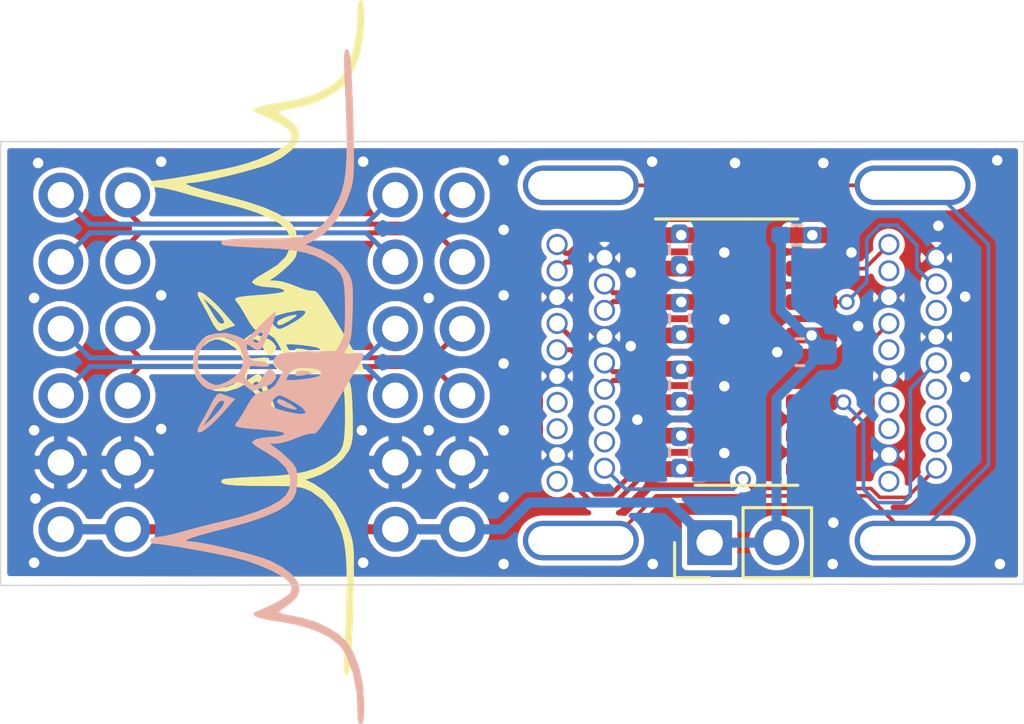
<source format=kicad_pcb>
(kicad_pcb (version 20171130) (host pcbnew 5.1.10)
  (layers (0 F.Cu signal) (31 B.Cu signal) (34 B.Paste user) (35 F.Paste user) (36 B.SilkS user) (37 F.SilkS user) (38 B.Mask user) (39 F.Mask user) (44 Edge.Cuts user))
  (net 0 "")
  (net 1 "Net-(J2-PadSH)")
  (net 2 "Net-(J2-Pad18)")
  (net 3 /3V3)
  (net 4 /GND)
  (net 5 /p2_N)
  (net 6 /p4_N)
  (net 7 /p2_P)
  (net 8 /p4_P)
  (net 9 /p1_N)
  (net 10 /p3_N)
  (net 11 /p1_P)
  (net 12 /p3_P)
  (net 13 /CLK_N)
  (net 14 /CLK_P)
  (net 15 /D0_N)
  (net 16 /D0_P)
  (net 17 /D1_N)
  (net 18 /D1_P)
  (net 19 /D2_N)
  (net 20 /D2_P)
  (net 21 "Net-(R5-Pad2)")
  (net 22 /D2)
  (net 23 /D1)
  (net 24 /D0)
  (net 25 /CLK)
  (module ymm:pynqsdr2 (layer B.Cu) (at 25.654 32.639 270)
    (fp_text reference G*** hide)
    (fp_text value LOGO hide)
  )
  (module ymm:pynqsdr2 (layer F.Cu) (at 25.654 30.861 90)
    (fp_text reference G*** hide)
    (fp_text value LOGO hide)
  )
  (module Capacitor_SMD:C_0603_1608Metric_Pad1.08x0.95mm_HandSolder (layer B.Cu) (at 45.847 31.369 180)
    (fp_text reference C1 hide)
    (fp_text value C hide)
    (pad 2 smd roundrect (at 0.8625 0 180) (size 1.075 0.95) (layers B.Cu B.Paste B.Mask) (net 4 /GND))
    (pad 1 smd roundrect (at -0.8625 0 180) (size 1.075 0.95) (layers B.Cu B.Paste B.Mask) (net 3 /3V3))
  )
  (module Package_SO:SOIC-16_3.9x9.9mm_P1.27mm (layer F.Cu) (at 43.815 31.369)
    (fp_text reference U1 hide)
    (fp_text value DS90LV048 hide)
    (pad 16 smd roundrect (at 2.475 -4.445) (size 1.95 0.6) (layers F.Cu F.Paste F.Mask) (net 21 "Net-(R5-Pad2)"))
    (pad 15 smd roundrect (at 2.475 -3.175) (size 1.95 0.6) (layers F.Cu F.Paste F.Mask) (net 22 /D2))
    (pad 14 smd roundrect (at 2.475 -1.905) (size 1.95 0.6) (layers F.Cu F.Paste F.Mask) (net 23 /D1))
    (pad 13 smd roundrect (at 2.475 -0.635) (size 1.95 0.6) (layers F.Cu F.Paste F.Mask) (net 3 /3V3))
    (pad 12 smd roundrect (at 2.475 0.635) (size 1.95 0.6) (layers F.Cu F.Paste F.Mask) (net 4 /GND))
    (pad 11 smd roundrect (at 2.475 1.905) (size 1.95 0.6) (layers F.Cu F.Paste F.Mask) (net 25 /CLK))
    (pad 10 smd roundrect (at 2.475 3.175) (size 1.95 0.6) (layers F.Cu F.Paste F.Mask) (net 24 /D0))
    (pad 9 smd roundrect (at 2.475 4.445) (size 1.95 0.6) (layers F.Cu F.Paste F.Mask))
    (pad 8 smd roundrect (at -2.475 4.445) (size 1.95 0.6) (layers F.Cu F.Paste F.Mask) (net 15 /D0_N))
    (pad 7 smd roundrect (at -2.475 3.175) (size 1.95 0.6) (layers F.Cu F.Paste F.Mask) (net 16 /D0_P))
    (pad 6 smd roundrect (at -2.475 1.905) (size 1.95 0.6) (layers F.Cu F.Paste F.Mask) (net 13 /CLK_N))
    (pad 5 smd roundrect (at -2.475 0.635) (size 1.95 0.6) (layers F.Cu F.Paste F.Mask) (net 14 /CLK_P))
    (pad 4 smd roundrect (at -2.475 -0.635) (size 1.95 0.6) (layers F.Cu F.Paste F.Mask) (net 17 /D1_N))
    (pad 3 smd roundrect (at -2.475 -1.905) (size 1.95 0.6) (layers F.Cu F.Paste F.Mask) (net 18 /D1_P))
    (pad 2 smd roundrect (at -2.475 -3.175) (size 1.95 0.6) (layers F.Cu F.Paste F.Mask) (net 19 /D2_N))
    (pad 1 smd roundrect (at -2.475 -4.445) (size 1.95 0.6) (layers F.Cu F.Paste F.Mask) (net 20 /D2_P))
  )
  (module ymm:HDMI_A_Kycon_KDMIX-SL1-NS-WS-B15_VerticalRightAngle (layer F.Cu) (at 36.6268 27.2796 180)
    (fp_text reference J4 hide)
    (fp_text value HDMI_A hide)
    (pad SH thru_hole oval (at -0.9 -11.25 180) (size 4.4 1.5) (drill oval 4 1.1) (layers *.Cu *.Mask) (net 1 "Net-(J2-PadSH)"))
    (pad 19 thru_hole circle (at 0 -9 180) (size 0.8 0.8) (drill 0.6) (layers *.Cu *.Mask))
    (pad 18 thru_hole circle (at -1.8 -8.5 180) (size 0.8 0.8) (drill 0.6) (layers *.Cu *.Mask) (net 2 "Net-(J2-Pad18)"))
    (pad 17 thru_hole circle (at 0 -8 180) (size 0.8 0.8) (drill 0.6) (layers *.Cu *.Mask) (net 4 /GND))
    (pad 16 thru_hole circle (at -1.8 -7.5 180) (size 0.8 0.8) (drill 0.6) (layers *.Cu *.Mask))
    (pad 15 thru_hole circle (at 0 -7 180) (size 0.8 0.8) (drill 0.6) (layers *.Cu *.Mask))
    (pad 14 thru_hole circle (at -1.8 -6.5 180) (size 0.8 0.8) (drill 0.6) (layers *.Cu *.Mask))
    (pad 13 thru_hole circle (at 0 -6 180) (size 0.8 0.8) (drill 0.6) (layers *.Cu *.Mask))
    (pad 12 thru_hole circle (at -1.8 -5.5 180) (size 0.8 0.8) (drill 0.6) (layers *.Cu *.Mask) (net 13 /CLK_N))
    (pad 11 thru_hole circle (at 0 -5 180) (size 0.8 0.8) (drill 0.6) (layers *.Cu *.Mask) (net 4 /GND))
    (pad 10 thru_hole circle (at -1.8 -4.5 180) (size 0.8 0.8) (drill 0.6) (layers *.Cu *.Mask) (net 14 /CLK_P))
    (pad 9 thru_hole circle (at 0 -4 180) (size 0.8 0.8) (drill 0.6) (layers *.Cu *.Mask) (net 15 /D0_N))
    (pad 8 thru_hole circle (at -1.8 -3.5 180) (size 0.8 0.8) (drill 0.6) (layers *.Cu *.Mask) (net 4 /GND))
    (pad 7 thru_hole circle (at 0 -3 180) (size 0.8 0.8) (drill 0.6) (layers *.Cu *.Mask) (net 16 /D0_P))
    (pad 6 thru_hole circle (at -1.8 -2.5 180) (size 0.8 0.8) (drill 0.6) (layers *.Cu *.Mask) (net 17 /D1_N))
    (pad 5 thru_hole circle (at 0 -2 180) (size 0.8 0.8) (drill 0.6) (layers *.Cu *.Mask) (net 4 /GND))
    (pad 4 thru_hole circle (at -1.8 -1.5 180) (size 0.8 0.8) (drill 0.6) (layers *.Cu *.Mask) (net 18 /D1_P))
    (pad 3 thru_hole circle (at 0 -1 180) (size 0.8 0.8) (drill 0.6) (layers *.Cu *.Mask) (net 19 /D2_N))
    (pad 2 thru_hole circle (at -1.8 -0.5 180) (size 0.8 0.8) (drill 0.6) (layers *.Cu *.Mask) (net 4 /GND))
    (pad SH thru_hole oval (at -0.9 2.25 180) (size 4.4 1.5) (drill oval 4 1.1) (layers *.Cu *.Mask) (net 1 "Net-(J2-PadSH)"))
    (pad 1 thru_hole circle (at 0 0 180) (size 0.8 0.8) (drill 0.6) (layers *.Cu *.Mask) (net 20 /D2_P))
  )
  (module ymm:HDMI_A_Kycon_KDMIX-SL1-NS-WS-B15_VerticalRightAngle (layer F.Cu) (at 49.2252 27.2796 180)
    (fp_text reference J2 hide)
    (fp_text value HDMI_A hide)
    (pad SH thru_hole oval (at -0.9 -11.25 180) (size 4.4 1.5) (drill oval 4 1.1) (layers *.Cu *.Mask) (net 1 "Net-(J2-PadSH)"))
    (pad 19 thru_hole circle (at 0 -9 180) (size 0.8 0.8) (drill 0.6) (layers *.Cu *.Mask))
    (pad 18 thru_hole circle (at -1.8 -8.5 180) (size 0.8 0.8) (drill 0.6) (layers *.Cu *.Mask) (net 2 "Net-(J2-Pad18)"))
    (pad 17 thru_hole circle (at 0 -8 180) (size 0.8 0.8) (drill 0.6) (layers *.Cu *.Mask) (net 4 /GND))
    (pad 16 thru_hole circle (at -1.8 -7.5 180) (size 0.8 0.8) (drill 0.6) (layers *.Cu *.Mask))
    (pad 15 thru_hole circle (at 0 -7 180) (size 0.8 0.8) (drill 0.6) (layers *.Cu *.Mask))
    (pad 14 thru_hole circle (at -1.8 -6.5 180) (size 0.8 0.8) (drill 0.6) (layers *.Cu *.Mask))
    (pad 13 thru_hole circle (at 0 -6 180) (size 0.8 0.8) (drill 0.6) (layers *.Cu *.Mask))
    (pad 12 thru_hole circle (at -1.8 -5.5 180) (size 0.8 0.8) (drill 0.6) (layers *.Cu *.Mask))
    (pad 11 thru_hole circle (at 0 -5 180) (size 0.8 0.8) (drill 0.6) (layers *.Cu *.Mask) (net 4 /GND))
    (pad 10 thru_hole circle (at -1.8 -4.5 180) (size 0.8 0.8) (drill 0.6) (layers *.Cu *.Mask) (net 25 /CLK))
    (pad 9 thru_hole circle (at 0 -4 180) (size 0.8 0.8) (drill 0.6) (layers *.Cu *.Mask))
    (pad 8 thru_hole circle (at -1.8 -3.5 180) (size 0.8 0.8) (drill 0.6) (layers *.Cu *.Mask) (net 4 /GND))
    (pad 7 thru_hole circle (at 0 -3 180) (size 0.8 0.8) (drill 0.6) (layers *.Cu *.Mask) (net 24 /D0))
    (pad 6 thru_hole circle (at -1.8 -2.5 180) (size 0.8 0.8) (drill 0.6) (layers *.Cu *.Mask))
    (pad 5 thru_hole circle (at 0 -2 180) (size 0.8 0.8) (drill 0.6) (layers *.Cu *.Mask) (net 4 /GND))
    (pad 4 thru_hole circle (at -1.8 -1.5 180) (size 0.8 0.8) (drill 0.6) (layers *.Cu *.Mask) (net 23 /D1))
    (pad 3 thru_hole circle (at 0 -1 180) (size 0.8 0.8) (drill 0.6) (layers *.Cu *.Mask))
    (pad 2 thru_hole circle (at -1.8 -0.5 180) (size 0.8 0.8) (drill 0.6) (layers *.Cu *.Mask) (net 4 /GND))
    (pad SH thru_hole oval (at -0.9 2.25 180) (size 4.4 1.5) (drill oval 4 1.1) (layers *.Cu *.Mask) (net 1 "Net-(J2-PadSH)"))
    (pad 1 thru_hole circle (at 0 0 180) (size 0.8 0.8) (drill 0.6) (layers *.Cu *.Mask) (net 22 /D2))
  )
  (module Resistor_SMD:R_0402_1005Metric_Pad0.72x0.64mm_HandSolder (layer B.Cu) (at 45.72 26.924)
    (fp_text reference R5 hide)
    (fp_text value R hide)
    (pad 1 smd roundrect (at -0.5975 0) (size 0.715 0.64) (layers B.Cu B.Paste B.Mask) (net 3 /3V3))
    (pad 2 smd roundrect (at 0.5975 0) (size 0.715 0.64) (layers B.Cu B.Paste B.Mask) (net 21 "Net-(R5-Pad2)"))
  )
  (module Resistor_SMD:R_0402_1005Metric_Pad0.72x0.64mm_HandSolder (layer B.Cu) (at 41.275 35.179 270)
    (fp_text reference R4 hide)
    (fp_text value R hide)
    (pad 2 smd roundrect (at 0.5975 0 270) (size 0.715 0.64) (layers B.Cu B.Paste B.Mask) (net 15 /D0_N))
    (pad 1 smd roundrect (at -0.5975 0 270) (size 0.715 0.64) (layers B.Cu B.Paste B.Mask) (net 16 /D0_P))
  )
  (module Resistor_SMD:R_0402_1005Metric_Pad0.72x0.64mm_HandSolder (layer B.Cu) (at 41.275 32.639 270)
    (fp_text reference R3 hide)
    (fp_text value R hide)
    (pad 2 smd roundrect (at 0.5975 0 270) (size 0.715 0.64) (layers B.Cu B.Paste B.Mask) (net 13 /CLK_N))
    (pad 1 smd roundrect (at -0.5975 0 270) (size 0.715 0.64) (layers B.Cu B.Paste B.Mask) (net 14 /CLK_P))
  )
  (module Resistor_SMD:R_0402_1005Metric_Pad0.72x0.64mm_HandSolder (layer B.Cu) (at 41.275 30.099 270)
    (fp_text reference R2 hide)
    (fp_text value R hide)
    (pad 2 smd roundrect (at 0.5975 0 270) (size 0.715 0.64) (layers B.Cu B.Paste B.Mask) (net 17 /D1_N))
    (pad 1 smd roundrect (at -0.5975 0 270) (size 0.715 0.64) (layers B.Cu B.Paste B.Mask) (net 18 /D1_P))
  )
  (module Resistor_SMD:R_0402_1005Metric_Pad0.72x0.64mm_HandSolder (layer B.Cu) (at 41.275 27.4695 270)
    (fp_text reference R1 hide)
    (fp_text value R hide)
    (pad 2 smd roundrect (at 0.5975 0 270) (size 0.715 0.64) (layers B.Cu B.Paste B.Mask) (net 19 /D2_N))
    (pad 1 smd roundrect (at -0.5975 0 270) (size 0.715 0.64) (layers B.Cu B.Paste B.Mask) (net 20 /D2_P))
  )
  (module Connector_PinHeader_2.54mm:PinHeader_1x02_P2.54mm_Vertical (layer F.Cu) (at 42.418 38.608 90)
    (fp_text reference J5 hide)
    (fp_text value Conn_01x02_Male hide)
    (pad 2 thru_hole oval (at 0 2.54 90) (size 1.7 1.7) (drill 1) (layers *.Cu *.Mask) (net 3 /3V3))
    (pad 1 thru_hole rect (at 0 0 90) (size 1.7 1.7) (drill 1) (layers *.Cu *.Mask) (net 3 /3V3))
  )
  (module ymm:PinHeader_2x06_P2.54mm_Vertical (layer F.Cu) (at 30.48 25.4)
    (fp_text reference J3 hide)
    (fp_text value Conn_02x06_Odd_Even hide)
    (pad 12 thru_hole oval (at 2.54 12.7) (size 1.7 1.7) (drill 1) (layers *.Cu *.Mask) (net 3 /3V3))
    (pad 11 thru_hole oval (at 0 12.7) (size 1.7 1.7) (drill 1) (layers *.Cu *.Mask) (net 3 /3V3))
    (pad 10 thru_hole oval (at 2.54 10.16) (size 1.7 1.7) (drill 1) (layers *.Cu *.Mask) (net 4 /GND))
    (pad 9 thru_hole oval (at 0 10.16) (size 1.7 1.7) (drill 1) (layers *.Cu *.Mask) (net 4 /GND))
    (pad 8 thru_hole oval (at 2.54 7.62) (size 1.7 1.7) (drill 1) (layers *.Cu *.Mask) (net 5 /p2_N))
    (pad 7 thru_hole oval (at 0 7.62) (size 1.7 1.7) (drill 1) (layers *.Cu *.Mask) (net 6 /p4_N))
    (pad 6 thru_hole oval (at 2.54 5.08) (size 1.7 1.7) (drill 1) (layers *.Cu *.Mask) (net 7 /p2_P))
    (pad 5 thru_hole oval (at 0 5.08) (size 1.7 1.7) (drill 1) (layers *.Cu *.Mask) (net 8 /p4_P))
    (pad 4 thru_hole oval (at 2.54 2.54) (size 1.7 1.7) (drill 1) (layers *.Cu *.Mask) (net 9 /p1_N))
    (pad 3 thru_hole oval (at 0 2.54) (size 1.7 1.7) (drill 1) (layers *.Cu *.Mask) (net 10 /p3_N))
    (pad 2 thru_hole oval (at 2.54 0) (size 1.7 1.7) (drill 1) (layers *.Cu *.Mask) (net 11 /p1_P))
    (pad 1 thru_hole circle (at 0 0) (size 1.7 1.7) (drill 1) (layers *.Cu *.Mask) (net 12 /p3_P))
  )
  (module ymm:PinHeader_2x06_P2.54mm_Vertical (layer F.Cu) (at 17.78 25.4)
    (fp_text reference J1 hide)
    (fp_text value Conn_02x06_Odd_Even hide)
    (pad 12 thru_hole oval (at 2.54 12.7) (size 1.7 1.7) (drill 1) (layers *.Cu *.Mask) (net 3 /3V3))
    (pad 11 thru_hole oval (at 0 12.7) (size 1.7 1.7) (drill 1) (layers *.Cu *.Mask) (net 3 /3V3))
    (pad 10 thru_hole oval (at 2.54 10.16) (size 1.7 1.7) (drill 1) (layers *.Cu *.Mask) (net 4 /GND))
    (pad 9 thru_hole oval (at 0 10.16) (size 1.7 1.7) (drill 1) (layers *.Cu *.Mask) (net 4 /GND))
    (pad 8 thru_hole oval (at 2.54 7.62) (size 1.7 1.7) (drill 1) (layers *.Cu *.Mask) (net 5 /p2_N))
    (pad 7 thru_hole oval (at 0 7.62) (size 1.7 1.7) (drill 1) (layers *.Cu *.Mask) (net 6 /p4_N))
    (pad 6 thru_hole oval (at 2.54 5.08) (size 1.7 1.7) (drill 1) (layers *.Cu *.Mask) (net 7 /p2_P))
    (pad 5 thru_hole oval (at 0 5.08) (size 1.7 1.7) (drill 1) (layers *.Cu *.Mask) (net 8 /p4_P))
    (pad 4 thru_hole oval (at 2.54 2.54) (size 1.7 1.7) (drill 1) (layers *.Cu *.Mask) (net 9 /p1_N))
    (pad 3 thru_hole oval (at 0 2.54) (size 1.7 1.7) (drill 1) (layers *.Cu *.Mask) (net 10 /p3_N))
    (pad 2 thru_hole oval (at 2.54 0) (size 1.7 1.7) (drill 1) (layers *.Cu *.Mask) (net 11 /p1_P))
    (pad 1 thru_hole circle (at 0 0) (size 1.7 1.7) (drill 1) (layers *.Cu *.Mask) (net 12 /p3_P))
  )
  (gr_line (start 15.494 40.2336) (end 15.494 23.368) (layer Edge.Cuts) (width 0.05))
  (gr_line (start 54.356 40.1828) (end 15.494 40.2336) (layer Edge.Cuts) (width 0.05))
  (gr_line (start 54.356 23.368) (end 54.356 40.1828) (layer Edge.Cuts) (width 0.05))
  (gr_line (start 15.494 23.368) (end 54.356 23.368) (layer Edge.Cuts) (width 0.05))
  (segment (start 50.1252 25.0296) (end 50.1252 25.284) (width 0.1397) (layer B.Cu) (net 1))
  (segment (start 50.1252 25.0296) (end 50.7598 25.0296) (width 0.1397) (layer B.Cu) (net 1))
  (segment (start 50.7598 25.0296) (end 53.0098 27.2796) (width 0.1397) (layer B.Cu) (net 1))
  (segment (start 53.0098 35.645) (end 50.1252 38.5296) (width 0.1397) (layer B.Cu) (net 1))
  (segment (start 53.0098 27.2796) (end 53.0098 35.645) (width 0.1397) (layer B.Cu) (net 1))
  (segment (start 37.5268 25.0296) (end 50.1252 25.0296) (width 0.1397) (layer F.Cu) (net 1))
  (segment (start 37.5268 38.5296) (end 38.6864 38.5296) (width 0.1397) (layer F.Cu) (net 1))
  (segment (start 38.6864 38.5296) (end 40.386 36.83) (width 0.1397) (layer F.Cu) (net 1))
  (segment (start 48.4256 36.83) (end 50.1252 38.5296) (width 0.1397) (layer F.Cu) (net 1))
  (segment (start 40.386 36.83) (end 48.4256 36.83) (width 0.1397) (layer F.Cu) (net 1))
  (via (at 43.688 36.195) (size 0.6) (drill 0.4) (layers F.Cu B.Cu) (net 2))
  (segment (start 49.915649 36.889151) (end 51.0252 35.7796) (width 0.1397) (layer F.Cu) (net 2))
  (segment (start 48.879896 36.889151) (end 49.915649 36.889151) (width 0.1397) (layer F.Cu) (net 2))
  (segment (start 48.541335 36.55059) (end 48.879896 36.889151) (width 0.1397) (layer F.Cu) (net 2))
  (segment (start 44.04359 36.55059) (end 48.541335 36.55059) (width 0.1397) (layer F.Cu) (net 2))
  (segment (start 43.688 36.195) (end 44.04359 36.55059) (width 0.1397) (layer F.Cu) (net 2))
  (segment (start 43.307 36.576) (end 43.688 36.195) (width 0.1397) (layer B.Cu) (net 2))
  (segment (start 39.2232 36.576) (end 43.307 36.576) (width 0.1397) (layer B.Cu) (net 2))
  (segment (start 38.4268 35.7796) (end 39.2232 36.576) (width 0.1397) (layer B.Cu) (net 2))
  (segment (start 17.78 38.1) (end 20.32 38.1) (width 0.381) (layer B.Cu) (net 3))
  (segment (start 30.48 38.1) (end 33.02 38.1) (width 0.381) (layer B.Cu) (net 3))
  (via (at 46.29 30.734) (size 0.6) (drill 0.4) (layers F.Cu B.Cu) (net 3))
  (segment (start 46.7095 31.1535) (end 46.29 30.734) (width 0.381) (layer B.Cu) (net 3))
  (segment (start 46.7095 31.369) (end 46.7095 31.1535) (width 0.381) (layer B.Cu) (net 3))
  (segment (start 45.1225 29.782) (end 46.7095 31.369) (width 0.381) (layer B.Cu) (net 3))
  (segment (start 45.1225 26.924) (end 45.1225 29.782) (width 0.381) (layer B.Cu) (net 3))
  (segment (start 44.958 38.608) (end 42.418 38.608) (width 0.381) (layer B.Cu) (net 3))
  (segment (start 44.958 33.1205) (end 44.958 38.608) (width 0.381) (layer B.Cu) (net 3))
  (segment (start 46.7095 31.369) (end 44.958 33.1205) (width 0.381) (layer B.Cu) (net 3))
  (segment (start 17.78 38.1) (end 33.02 38.1) (width 0.381) (layer F.Cu) (net 3))
  (segment (start 35.56 37.084) (end 40.894 37.084) (width 0.381) (layer B.Cu) (net 3))
  (segment (start 34.544 38.1) (end 35.56 37.084) (width 0.381) (layer B.Cu) (net 3))
  (segment (start 40.894 37.084) (end 42.418 38.608) (width 0.381) (layer B.Cu) (net 3))
  (segment (start 33.02 38.1) (end 34.544 38.1) (width 0.381) (layer B.Cu) (net 3))
  (via (at 42.9768 27.5844) (size 0.6) (drill 0.4) (layers F.Cu B.Cu) (net 4))
  (via (at 42.9768 30.1244) (size 0.6) (drill 0.4) (layers F.Cu B.Cu) (net 4))
  (via (at 42.9768 32.6644) (size 0.6) (drill 0.4) (layers F.Cu B.Cu) (net 4))
  (via (at 42.9768 35.2044) (size 0.6) (drill 0.4) (layers F.Cu B.Cu) (net 4))
  (via (at 39.4208 28.3464) (size 0.6) (drill 0.4) (layers F.Cu B.Cu) (net 4))
  (via (at 39.4208 31.1404) (size 0.6) (drill 0.4) (layers F.Cu B.Cu) (net 4))
  (via (at 39.6748 33.9344) (size 0.6) (drill 0.4) (layers F.Cu B.Cu) (net 4))
  (via (at 48.0568 30.3784) (size 0.6) (drill 0.4) (layers F.Cu B.Cu) (net 4))
  (via (at 47.8028 27.5844) (size 0.6) (drill 0.4) (layers F.Cu B.Cu) (net 4))
  (segment (start 36.9268 29.2796) (end 36.6268 29.2796) (width 0.1397) (layer F.Cu) (net 4))
  (segment (start 38.4268 27.7796) (end 36.9268 29.2796) (width 0.1397) (layer F.Cu) (net 4))
  (segment (start 36.6268 29.2796) (end 38.1268 30.7796) (width 0.1397) (layer F.Cu) (net 4))
  (segment (start 49.5252 29.2796) (end 49.2252 29.2796) (width 0.1397) (layer B.Cu) (net 4))
  (segment (start 51.0252 27.7796) (end 49.5252 29.2796) (width 0.1397) (layer F.Cu) (net 4))
  (segment (start 50.7252 30.7796) (end 51.0252 30.7796) (width 0.1397) (layer B.Cu) (net 4))
  (segment (start 49.2252 29.2796) (end 50.7252 30.7796) (width 0.1397) (layer B.Cu) (net 4))
  (segment (start 49.5252 32.2796) (end 49.2252 32.2796) (width 0.1397) (layer B.Cu) (net 4))
  (segment (start 51.0252 30.7796) (end 49.5252 32.2796) (width 0.1397) (layer B.Cu) (net 4))
  (segment (start 38.1268 30.7796) (end 38.4268 30.7796) (width 0.1397) (layer F.Cu) (net 4))
  (segment (start 48.615649 34.670049) (end 49.2252 35.2796) (width 0.1397) (layer F.Cu) (net 4))
  (segment (start 48.615649 32.889151) (end 48.615649 34.670049) (width 0.1397) (layer F.Cu) (net 4))
  (segment (start 49.2252 32.2796) (end 48.615649 32.889151) (width 0.1397) (layer F.Cu) (net 4))
  (segment (start 36.017249 34.670049) (end 36.6268 35.2796) (width 0.1397) (layer F.Cu) (net 4))
  (segment (start 36.017249 32.889151) (end 36.017249 34.670049) (width 0.1397) (layer F.Cu) (net 4))
  (segment (start 36.6268 32.2796) (end 36.017249 32.889151) (width 0.1397) (layer F.Cu) (net 4))
  (segment (start 17.78 35.56) (end 20.32 35.56) (width 0.381) (layer B.Cu) (net 4))
  (segment (start 30.48 35.56) (end 33.02 35.56) (width 0.381) (layer B.Cu) (net 4))
  (via (at 16.9164 24.1808) (size 0.6) (drill 0.4) (layers F.Cu B.Cu) (net 4))
  (via (at 16.764 39.37) (size 0.6) (drill 0.4) (layers F.Cu B.Cu) (net 4))
  (via (at 29.2608 24.13) (size 0.6) (drill 0.4) (layers F.Cu B.Cu) (net 4))
  (via (at 34.5948 24.0792) (size 0.6) (drill 0.4) (layers F.Cu B.Cu) (net 4))
  (via (at 40.2336 24.13) (size 0.6) (drill 0.4) (layers F.Cu B.Cu) (net 4))
  (via (at 43.3832 24.1808) (size 0.6) (drill 0.4) (layers F.Cu B.Cu) (net 4))
  (via (at 46.736 24.1808) (size 0.6) (drill 0.4) (layers F.Cu B.Cu) (net 4))
  (via (at 53.34 24.0792) (size 0.6) (drill 0.4) (layers F.Cu B.Cu) (net 4))
  (via (at 53.4416 39.4208) (size 0.6) (drill 0.4) (layers F.Cu B.Cu) (net 4))
  (via (at 47.0916 39.4208) (size 0.6) (drill 0.4) (layers F.Cu B.Cu) (net 4))
  (via (at 47.117 37.846) (size 0.6) (drill 0.4) (layers F.Cu B.Cu) (net 4))
  (via (at 40.259 39.4208) (size 0.6) (drill 0.4) (layers F.Cu B.Cu) (net 4))
  (via (at 34.5948 39.4208) (size 0.6) (drill 0.4) (layers F.Cu B.Cu) (net 4))
  (via (at 29.2608 39.37) (size 0.6) (drill 0.4) (layers F.Cu B.Cu) (net 4))
  (via (at 16.764 29.3116) (size 0.6) (drill 0.4) (layers F.Cu B.Cu) (net 4))
  (via (at 16.764 34.3408) (size 0.6) (drill 0.4) (layers F.Cu B.Cu) (net 4))
  (via (at 16.8148 36.9316) (size 0.6) (drill 0.4) (layers F.Cu B.Cu) (net 4))
  (via (at 34.5948 26.7208) (size 0.6) (drill 0.4) (layers F.Cu B.Cu) (net 4))
  (via (at 34.5948 29.21) (size 0.6) (drill 0.4) (layers F.Cu B.Cu) (net 4))
  (via (at 34.5948 31.8008) (size 0.6) (drill 0.4) (layers F.Cu B.Cu) (net 4))
  (via (at 34.5948 34.3408) (size 0.6) (drill 0.4) (layers F.Cu B.Cu) (net 4))
  (via (at 34.5948 36.8808) (size 0.6) (drill 0.4) (layers F.Cu B.Cu) (net 4))
  (via (at 21.59 34.29) (size 0.6) (drill 0.4) (layers F.Cu B.Cu) (net 4))
  (via (at 29.21 34.3408) (size 0.6) (drill 0.4) (layers F.Cu B.Cu) (net 4))
  (via (at 31.75 34.3408) (size 0.6) (drill 0.4) (layers F.Cu B.Cu) (net 4))
  (via (at 21.59 24.13) (size 0.6) (drill 0.4) (layers F.Cu B.Cu) (net 4))
  (via (at 21.59 29.21) (size 0.6) (drill 0.4) (layers F.Cu B.Cu) (net 4))
  (via (at 31.75 29.3116) (size 0.6) (drill 0.4) (layers F.Cu B.Cu) (net 4))
  (via (at 51.1048 26.5684) (size 0.6) (drill 0.4) (layers F.Cu B.Cu) (net 4))
  (via (at 52.1208 29.2608) (size 0.6) (drill 0.4) (layers F.Cu B.Cu) (net 4))
  (via (at 52.1208 32.3088) (size 0.6) (drill 0.4) (layers F.Cu B.Cu) (net 4))
  (segment (start 38.1268 30.7796) (end 38.4268 30.7796) (width 0.1397) (layer B.Cu) (net 4))
  (segment (start 36.6268 32.2796) (end 38.1268 30.7796) (width 0.1397) (layer B.Cu) (net 4))
  (via (at 44.9845 31.369) (size 0.6) (drill 0.4) (layers F.Cu B.Cu) (net 4))
  (segment (start 44.9845 31.3955) (end 44.9845 31.369) (width 0.1397) (layer F.Cu) (net 4))
  (segment (start 45.593 32.004) (end 44.9845 31.3955) (width 0.1397) (layer F.Cu) (net 4))
  (segment (start 46.29 32.004) (end 45.593 32.004) (width 0.1397) (layer F.Cu) (net 4))
  (segment (start 17.78 35.56) (end 33.02 35.56) (width 0.381) (layer F.Cu) (net 4))
  (segment (start 40.0444 26.162) (end 38.4268 27.7796) (width 0.1397) (layer B.Cu) (net 4))
  (segment (start 44.45 28.448) (end 42.164 26.162) (width 0.1397) (layer B.Cu) (net 4))
  (segment (start 42.164 26.162) (end 40.0444 26.162) (width 0.1397) (layer B.Cu) (net 4))
  (segment (start 44.45 30.8345) (end 44.45 28.448) (width 0.1397) (layer B.Cu) (net 4))
  (segment (start 44.9845 31.369) (end 44.45 30.8345) (width 0.1397) (layer B.Cu) (net 4))
  (segment (start 31.9151 31.9151) (end 32.639 32.639) (width 0.1905) (layer F.Cu) (net 5))
  (segment (start 20.7899 31.9151) (end 31.9151 31.9151) (width 0.1905) (layer F.Cu) (net 5))
  (segment (start 20.32 32.385) (end 20.7899 31.9151) (width 0.1905) (layer F.Cu) (net 5))
  (segment (start 20.32 33.02) (end 20.32 32.385) (width 0.1905) (layer F.Cu) (net 5))
  (segment (start 30.48 32.639) (end 30.48 33.02) (width 0.1905) (layer F.Cu) (net 6))
  (segment (start 29.3751 31.9151) (end 30.48 33.02) (width 0.1905) (layer B.Cu) (net 6))
  (segment (start 18.8849 31.9151) (end 29.337 31.9151) (width 0.1905) (layer B.Cu) (net 6))
  (segment (start 17.78 33.02) (end 18.8849 31.9151) (width 0.1905) (layer B.Cu) (net 6))
  (segment (start 20.32 31.115) (end 20.7899 31.5849) (width 0.1905) (layer F.Cu) (net 7))
  (segment (start 31.9151 31.5849) (end 32.639 30.861) (width 0.1905) (layer F.Cu) (net 7))
  (segment (start 20.32 30.48) (end 20.32 31.115) (width 0.1905) (layer F.Cu) (net 7))
  (segment (start 20.7899 31.5849) (end 31.9151 31.5849) (width 0.1905) (layer F.Cu) (net 7))
  (segment (start 30.48 30.861) (end 30.48 30.48) (width 0.1905) (layer F.Cu) (net 8))
  (segment (start 29.3751 31.5849) (end 30.48 30.48) (width 0.1905) (layer B.Cu) (net 8))
  (segment (start 18.8849 31.5849) (end 29.337 31.5849) (width 0.1905) (layer B.Cu) (net 8))
  (segment (start 17.78 30.48) (end 18.8849 31.5849) (width 0.1905) (layer B.Cu) (net 8))
  (segment (start 32.0421 26.8351) (end 32.766 27.559) (width 0.1905) (layer F.Cu) (net 9))
  (segment (start 20.32 27.305) (end 20.7899 26.8351) (width 0.1905) (layer F.Cu) (net 9))
  (segment (start 20.32 27.94) (end 20.32 27.305) (width 0.1905) (layer F.Cu) (net 9))
  (segment (start 32.0421 26.8351) (end 20.7899 26.8351) (width 0.1905) (layer F.Cu) (net 9))
  (segment (start 30.48 27.559) (end 30.48 27.94) (width 0.1905) (layer F.Cu) (net 10))
  (segment (start 29.3751 26.8351) (end 30.48 27.94) (width 0.1905) (layer B.Cu) (net 10))
  (segment (start 17.78 27.94) (end 18.8849 26.8351) (width 0.1905) (layer B.Cu) (net 10))
  (segment (start 18.923 26.8351) (end 29.337 26.8351) (width 0.1905) (layer B.Cu) (net 10))
  (segment (start 32.0421 26.5049) (end 32.766 25.781) (width 0.1905) (layer F.Cu) (net 11))
  (segment (start 20.32 26.035) (end 20.7899 26.5049) (width 0.1905) (layer F.Cu) (net 11))
  (segment (start 20.32 25.4) (end 20.32 26.035) (width 0.1905) (layer F.Cu) (net 11))
  (segment (start 32.0421 26.5049) (end 20.7899 26.5049) (width 0.1905) (layer F.Cu) (net 11))
  (segment (start 30.48 25.781) (end 30.48 25.4) (width 0.1905) (layer F.Cu) (net 12))
  (segment (start 29.3751 26.5049) (end 30.48 25.4) (width 0.1905) (layer B.Cu) (net 12))
  (segment (start 17.78 25.4) (end 18.8849 26.5049) (width 0.1905) (layer B.Cu) (net 12))
  (segment (start 18.923 26.5049) (end 29.337 26.5049) (width 0.1905) (layer B.Cu) (net 12))
  (segment (start 40.767 33.274) (end 41.34 33.274) (width 0.1905) (layer F.Cu) (net 13))
  (segment (start 40.2971 32.8041) (end 40.767 33.274) (width 0.1905) (layer F.Cu) (net 13))
  (segment (start 39.608856 32.8041) (end 40.2971 32.8041) (width 0.1905) (layer F.Cu) (net 13))
  (segment (start 38.4268 32.7796) (end 38.7617 32.4447) (width 0.1905) (layer F.Cu) (net 13))
  (segment (start 39.249456 32.4447) (end 38.7617 32.4447) (width 0.1905) (layer F.Cu) (net 13))
  (segment (start 39.608856 32.8041) (end 39.249456 32.4447) (width 0.1905) (layer F.Cu) (net 13))
  (via (at 41.34 33.274) (size 0.6) (drill 0.4) (layers F.Cu B.Cu) (net 13))
  (segment (start 39.8399 32.4739) (end 40.2661 32.4739) (width 0.1905) (layer F.Cu) (net 14))
  (segment (start 40.736 32.004) (end 41.34 32.004) (width 0.1905) (layer F.Cu) (net 14))
  (segment (start 40.2661 32.4739) (end 40.736 32.004) (width 0.1905) (layer F.Cu) (net 14))
  (segment (start 38.4268 31.7796) (end 38.7617 32.1145) (width 0.1905) (layer F.Cu) (net 14))
  (segment (start 39.4805 32.1145) (end 38.7617 32.1145) (width 0.1905) (layer F.Cu) (net 14))
  (segment (start 39.8399 32.4739) (end 39.4805 32.1145) (width 0.1905) (layer F.Cu) (net 14))
  (via (at 41.34 32.004) (size 0.6) (drill 0.4) (layers F.Cu B.Cu) (net 14))
  (via (at 41.34 35.814) (size 0.6) (drill 0.4) (layers F.Cu B.Cu) (net 15))
  (segment (start 41.3025 35.7765) (end 41.34 35.814) (width 0.1397) (layer B.Cu) (net 15))
  (segment (start 41.275 35.7765) (end 41.3025 35.7765) (width 0.1397) (layer B.Cu) (net 15))
  (segment (start 40.736 35.814) (end 41.34 35.814) (width 0.1905) (layer F.Cu) (net 15))
  (segment (start 39.6621 35.628388) (end 39.946388 35.3441) (width 0.1905) (layer F.Cu) (net 15))
  (segment (start 39.6621 36.263388) (end 39.6621 35.628388) (width 0.1905) (layer F.Cu) (net 15))
  (segment (start 38.828788 37.0967) (end 39.6621 36.263388) (width 0.1905) (layer F.Cu) (net 15))
  (segment (start 37.955412 37.0967) (end 38.828788 37.0967) (width 0.1905) (layer F.Cu) (net 15))
  (segment (start 40.2661 35.3441) (end 40.736 35.814) (width 0.1905) (layer F.Cu) (net 15))
  (segment (start 37.3507 36.491988) (end 37.955412 37.0967) (width 0.1905) (layer F.Cu) (net 15))
  (segment (start 37.3507 31.470474) (end 37.3507 36.491988) (width 0.1905) (layer F.Cu) (net 15))
  (segment (start 37.159826 31.2796) (end 37.3507 31.470474) (width 0.1905) (layer F.Cu) (net 15))
  (segment (start 39.946388 35.3441) (end 40.2661 35.3441) (width 0.1905) (layer F.Cu) (net 15))
  (segment (start 36.6268 31.2796) (end 37.159826 31.2796) (width 0.1905) (layer F.Cu) (net 15))
  (via (at 41.34 34.544) (size 0.6) (drill 0.4) (layers F.Cu B.Cu) (net 16))
  (segment (start 41.3025 34.5815) (end 41.34 34.544) (width 0.1397) (layer B.Cu) (net 16))
  (segment (start 41.275 34.5815) (end 41.3025 34.5815) (width 0.1397) (layer B.Cu) (net 16))
  (segment (start 40.767 34.544) (end 41.34 34.544) (width 0.1905) (layer F.Cu) (net 16))
  (segment (start 39.3319 36.126612) (end 39.3319 35.491612) (width 0.1905) (layer F.Cu) (net 16))
  (segment (start 38.692012 36.7665) (end 39.3319 36.126612) (width 0.1905) (layer F.Cu) (net 16))
  (segment (start 38.092188 36.7665) (end 38.692012 36.7665) (width 0.1905) (layer F.Cu) (net 16))
  (segment (start 39.809612 35.0139) (end 40.2971 35.0139) (width 0.1905) (layer F.Cu) (net 16))
  (segment (start 37.6809 36.355212) (end 38.092188 36.7665) (width 0.1905) (layer F.Cu) (net 16))
  (segment (start 40.2971 35.0139) (end 40.767 34.544) (width 0.1905) (layer F.Cu) (net 16))
  (segment (start 37.6809 31.3337) (end 37.6809 36.355212) (width 0.1905) (layer F.Cu) (net 16))
  (segment (start 39.3319 35.491612) (end 39.809612 35.0139) (width 0.1905) (layer F.Cu) (net 16))
  (segment (start 36.6268 30.2796) (end 37.6809 31.3337) (width 0.1905) (layer F.Cu) (net 16))
  (segment (start 40.533512 30.734) (end 41.34 30.734) (width 0.1905) (layer F.Cu) (net 17))
  (segment (start 39.244212 29.4447) (end 40.533512 30.734) (width 0.1905) (layer F.Cu) (net 17))
  (segment (start 38.7617 29.4447) (end 39.244212 29.4447) (width 0.1905) (layer F.Cu) (net 17))
  (segment (start 38.4268 29.7796) (end 38.7617 29.4447) (width 0.1905) (layer F.Cu) (net 17))
  (via (at 41.34 30.734) (size 0.6) (drill 0.4) (layers F.Cu B.Cu) (net 17))
  (segment (start 40.767 29.464) (end 41.34 29.464) (width 0.1905) (layer F.Cu) (net 18))
  (segment (start 40.2971 29.9339) (end 40.767 29.464) (width 0.1905) (layer F.Cu) (net 18))
  (segment (start 39.380988 29.1145) (end 40.200388 29.9339) (width 0.1905) (layer F.Cu) (net 18))
  (segment (start 40.200388 29.9339) (end 40.2971 29.9339) (width 0.1905) (layer F.Cu) (net 18))
  (segment (start 38.7617 29.1145) (end 39.380988 29.1145) (width 0.1905) (layer F.Cu) (net 18))
  (segment (start 38.4268 28.7796) (end 38.7617 29.1145) (width 0.1905) (layer F.Cu) (net 18))
  (via (at 41.34 29.464) (size 0.6) (drill 0.4) (layers F.Cu B.Cu) (net 18))
  (segment (start 40.64 28.194) (end 41.34 28.194) (width 0.1905) (layer F.Cu) (net 19))
  (segment (start 39.835012 27.7241) (end 40.1701 27.7241) (width 0.1905) (layer F.Cu) (net 19))
  (segment (start 38.996812 26.8859) (end 39.835012 27.7241) (width 0.1905) (layer F.Cu) (net 19))
  (segment (start 38.269988 26.8859) (end 38.996812 26.8859) (width 0.1905) (layer F.Cu) (net 19))
  (segment (start 40.1701 27.7241) (end 40.64 28.194) (width 0.1905) (layer F.Cu) (net 19))
  (segment (start 37.211188 27.9447) (end 38.269988 26.8859) (width 0.1905) (layer F.Cu) (net 19))
  (segment (start 36.9617 27.9447) (end 37.211188 27.9447) (width 0.1905) (layer F.Cu) (net 19))
  (segment (start 36.6268 28.2796) (end 36.9617 27.9447) (width 0.1905) (layer F.Cu) (net 19))
  (via (at 41.34 28.194) (size 0.6) (drill 0.4) (layers F.Cu B.Cu) (net 19))
  (segment (start 40.64 26.924) (end 41.34 26.924) (width 0.1905) (layer F.Cu) (net 20))
  (segment (start 39.971788 27.3939) (end 40.1701 27.3939) (width 0.1905) (layer F.Cu) (net 20))
  (segment (start 39.133588 26.5557) (end 39.971788 27.3939) (width 0.1905) (layer F.Cu) (net 20))
  (segment (start 38.133212 26.5557) (end 39.133588 26.5557) (width 0.1905) (layer F.Cu) (net 20))
  (segment (start 37.074412 27.6145) (end 38.133212 26.5557) (width 0.1905) (layer F.Cu) (net 20))
  (segment (start 36.9617 27.6145) (end 37.074412 27.6145) (width 0.1905) (layer F.Cu) (net 20))
  (segment (start 40.1701 27.3939) (end 40.64 26.924) (width 0.1905) (layer F.Cu) (net 20))
  (segment (start 36.6268 27.2796) (end 36.9617 27.6145) (width 0.1905) (layer F.Cu) (net 20))
  (via (at 41.34 26.924) (size 0.6) (drill 0.4) (layers F.Cu B.Cu) (net 20))
  (via (at 46.3175 26.924) (size 0.6) (drill 0.4) (layers F.Cu B.Cu) (net 21))
  (segment (start 46.29 26.924) (end 46.3175 26.924) (width 0.1397) (layer F.Cu) (net 21))
  (segment (start 48.3108 28.194) (end 49.2252 27.2796) (width 0.1397) (layer F.Cu) (net 22))
  (segment (start 46.29 28.194) (end 48.3108 28.194) (width 0.1397) (layer F.Cu) (net 22))
  (via (at 47.625 29.464) (size 0.6) (drill 0.4) (layers F.Cu B.Cu) (net 23))
  (segment (start 46.29 29.464) (end 47.625 29.464) (width 0.1397) (layer F.Cu) (net 23))
  (segment (start 50.292 27.305) (end 50.292 28.194) (width 0.1397) (layer B.Cu) (net 23))
  (segment (start 48.895 26.543) (end 49.53 26.543) (width 0.1397) (layer B.Cu) (net 23))
  (segment (start 50.292 28.194) (end 50.8776 28.7796) (width 0.1397) (layer B.Cu) (net 23))
  (segment (start 49.53 26.543) (end 50.292 27.305) (width 0.1397) (layer B.Cu) (net 23))
  (segment (start 48.387 27.051) (end 48.895 26.543) (width 0.1397) (layer B.Cu) (net 23))
  (segment (start 50.8776 28.7796) (end 51.0252 28.7796) (width 0.1397) (layer B.Cu) (net 23))
  (segment (start 48.387 28.702) (end 48.387 27.051) (width 0.1397) (layer B.Cu) (net 23))
  (segment (start 47.625 29.464) (end 48.387 28.702) (width 0.1397) (layer B.Cu) (net 23))
  (segment (start 48.26 33.528) (end 48.26 31.2448) (width 0.1397) (layer F.Cu) (net 24))
  (segment (start 47.244 34.544) (end 48.26 33.528) (width 0.1397) (layer F.Cu) (net 24))
  (segment (start 48.26 31.2448) (end 49.2252 30.2796) (width 0.1397) (layer F.Cu) (net 24))
  (segment (start 46.29 34.544) (end 47.244 34.544) (width 0.1397) (layer F.Cu) (net 24))
  (via (at 47.498 33.274) (size 0.6) (drill 0.4) (layers F.Cu B.Cu) (net 25))
  (segment (start 46.29 33.274) (end 47.498 33.274) (width 0.1397) (layer F.Cu) (net 25))
  (segment (start 48.26 34.036) (end 47.498 33.274) (width 0.1397) (layer B.Cu) (net 25))
  (segment (start 48.26 36.576) (end 48.26 34.036) (width 0.1397) (layer B.Cu) (net 25))
  (segment (start 48.768 37.084) (end 48.26 36.576) (width 0.1397) (layer B.Cu) (net 25))
  (segment (start 50.038 36.83) (end 49.784 37.084) (width 0.1397) (layer B.Cu) (net 25))
  (segment (start 50.038 32.7668) (end 50.038 36.83) (width 0.1397) (layer B.Cu) (net 25))
  (segment (start 49.784 37.084) (end 48.768 37.084) (width 0.1397) (layer B.Cu) (net 25))
  (segment (start 51.0252 31.7796) (end 50.038 32.7668) (width 0.1397) (layer B.Cu) (net 25))
  (zone (net 4) (net_name /GND) (layer F.Cu) (connect_pads thru_hole_only (clearance 0.2032)) (min_thickness 0.2032) (fill yes (arc_segments 32) (thermal_gap 0.2032) (thermal_bridge_width 0.508))
    (polygon (pts (xy 54.2036 39.9288) (xy 15.748 39.878) (xy 15.748 23.622) (xy 54.2036 23.622)))
  )
  (zone (net 4) (net_name /GND) (layer B.Cu) (connect_pads thru_hole_only (clearance 0.2032)) (min_thickness 0.2032) (fill yes (arc_segments 32) (thermal_gap 0.2032) (thermal_bridge_width 0.508))
    (polygon (pts (xy 54.2036 39.9288) (xy 15.748 39.878) (xy 15.748 23.622) (xy 54.2036 23.622)))
  )
)
</source>
